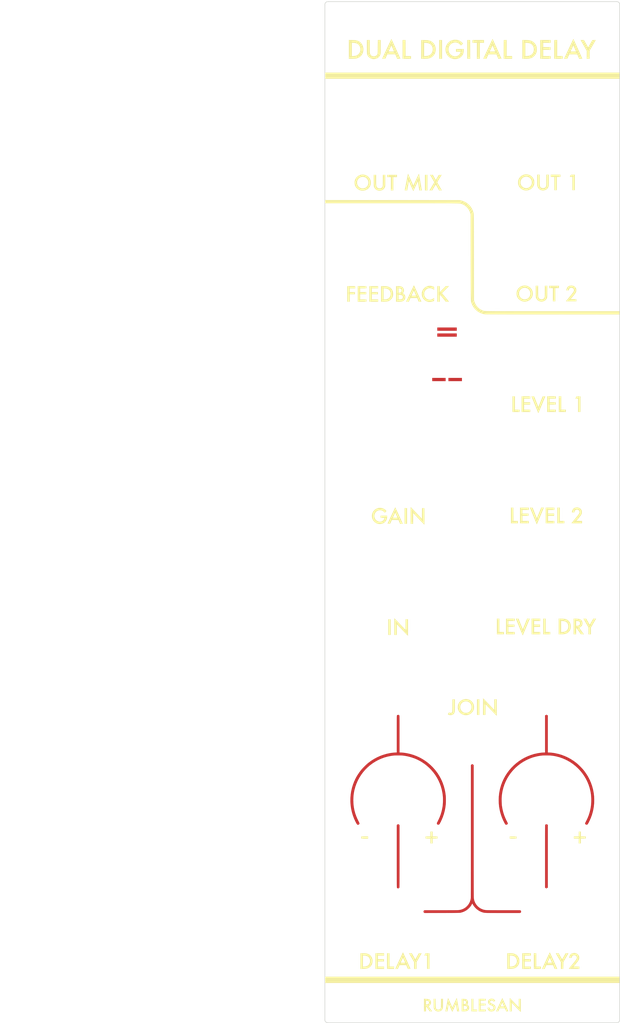
<source format=kicad_pcb>
(kicad_pcb (version 20221018) (generator pcbnew)
  (layers (0 "F.Cu" signal) (31 "B.Cu" signal) (36 "B.SilkS" user "B.Silkscreen") (37 "F.SilkS" user "F.Silkscreen") (38 "B.Mask" user) (39 "F.Mask" user) (44 "Edge.Cuts" user))
  (net 0 "")
  (footprint "dual-pt2399-delay-panel:dual-pt2399-delay-4u-panel" (layer "F.Cu") (at 102.489 103.124)
    (fp_text reference "Ref**" hide)
    (fp_text value "Val**" hide)
    (fp_poly (pts (xy -4.5719 -22.457834) (xy -6.8579 -22.457834) (xy -6.8579 -23.008167) (xy -4.5719 -23.008167) (xy -4.5719 -22.457834)) (stroke (width 0.01)) (fill solid) (layer "F.Cu"))
    (fp_poly (pts (xy -2.6669 -31.093834) (xy -5.990067 -31.093834) (xy -5.990067 -31.644167) (xy -2.6669 -31.644167) (xy -2.6669 -31.093834)) (stroke (width 0.01)) (fill solid) (layer "F.Cu"))
    (fp_poly (pts (xy -2.6669 -30.077834) (xy -5.990067 -30.077834) (xy -5.990067 -30.628167) (xy -2.6669 -30.628167) (xy -2.6669 -30.077834)) (stroke (width 0.01)) (fill solid) (layer "F.Cu"))
    (fp_poly (pts (xy -1.7779 -22.457834) (xy -4.085067 -22.457834) (xy -4.085067 -23.008167) (xy -1.7779 -23.008167) (xy -1.7779 -22.457834)) (stroke (width 0.01)) (fill solid) (layer "F.Cu"))
    (fp_poly (pts (xy 12.782263 53.494092) (xy 12.833773 53.51741) (xy 12.871061 53.550038) (xy 12.932933 53.61191) (xy 12.932933 64.324832) (xy 12.874725 64.389972) (xy 12.803541 64.441883) (xy 12.715377 64.467397) (xy 12.62738 64.46248) (xy 12.602482 64.454005) (xy 12.558082 64.423979) (xy 12.513238 64.378229) (xy 12.512523 64.377325) (xy 12.467267 64.31979) (xy 12.467267 58.987594) (xy 12.467287 58.421048) (xy 12.467355 57.895322) (xy 12.467479 57.408903) (xy 12.467669 56.960277) (xy 12.467932 56.547932) (xy 12.468279 56.170355) (xy 12.468718 55.826031) (xy 12.469258 55.513449) (xy 12.469908 55.231094) (xy 12.470678 54.977453) (xy 12.471575 54.751014) (xy 12.472609 54.550263) (xy 12.473789 54.373686) (xy 12.475124 54.219772) (xy 12.476623 54.087006) (xy 12.478295 53.973875) (xy 12.480149 53.878866) (xy 12.482193 53.800466) (xy 12.484437 53.737161) (xy 12.48689 53.687439) (xy 12.489561 53.649786) (xy 12.492458 53.622689) (xy 12.495591 53.604635) (xy 12.498969 53.594111) (xy 12.499236 53.593576) (xy 12.541832 53.534133) (xy 12.599933 53.500949) (xy 12.684386 53.488622) (xy 12.71092 53.488166) (xy 12.782263 53.494092)) (stroke (width 0.01)) (fill solid) (layer "F.Cu"))
    (fp_poly (pts (xy -12.635061 53.494683) (xy -12.583634 53.520319) (xy -12.539033 53.560133) (xy -12.467067 53.6321) (xy -12.467067 58.96722) (xy -12.467112 59.558616) (xy -12.46725 60.108886) (xy -12.467489 60.619238) (xy -12.467832 61.090878) (xy -12.468285 61.525014) (xy -12.468856 61.922853) (xy -12.469548 62.285603) (xy -12.470368 62.614471) (xy -12.471321 62.910665) (xy -12.472413 63.17539) (xy -12.47365 63.409856) (xy -12.475038 63.615269) (xy -12.476581 63.792836) (xy -12.478286 63.943765) (xy -12.480158 64.069264) (xy -12.482204 64.170538) (xy -12.484428 64.248797) (xy -12.486836 64.305246) (xy -12.489434 64.341094) (xy -12.492229 64.357547) (xy -12.492354 64.357841) (xy -12.54029 64.416563) (xy -12.613628 64.456164) (xy -12.698582 64.473541) (xy -12.781369 64.465591) (xy -12.840298 64.436154) (xy -12.884474 64.390154) (xy -12.909089 64.353349) (xy -12.911782 64.33531) (xy -12.91429 64.291461) (xy -12.916617 64.220859) (xy -12.918769 64.122564) (xy -12.920749 63.995635) (xy -12.92256 63.83913) (xy -12.924209 63.652108) (xy -12.925697 63.433629) (xy -12.92703 63.182749) (xy -12.928212 62.89853) (xy -12.929247 62.580028) (xy -12.930138 62.226303) (xy -12.930891 61.836414) (xy -12.931509 61.40942) (xy -12.931996 60.944379) (xy -12.932357 60.44035) (xy -12.932596 59.896391) (xy -12.932716 59.311562) (xy -12.932733 58.969608) (xy -12.932733 53.6321) (xy -12.860767 53.560133) (xy -12.805503 53.512919) (xy -12.752957 53.492041) (xy -12.6999 53.488166) (xy -12.635061 53.494683)) (stroke (width 0.01)) (fill solid) (layer "F.Cu"))
    (fp_poly (pts (xy 0.064939 43.207683) (xy 0.116366 43.233319) (xy 0.160967 43.273133) (xy 0.232933 43.3451) (xy 0.232933 54.65105) (xy 0.232966 55.577097) (xy 0.233066 56.461217) (xy 0.233233 57.303817) (xy 0.233469 58.105306) (xy 0.233774 58.866089) (xy 0.234149 59.586574) (xy 0.234594 60.267168) (xy 0.235111 60.908277) (xy 0.2357 61.510309) (xy 0.236363 62.073671) (xy 0.237099 62.59877) (xy 0.23791 63.086012) (xy 0.238797 63.535805) (xy 0.23976 63.948556) (xy 0.2408 64.324672) (xy 0.241918 64.66456) (xy 0.243115 64.968626) (xy 0.244391 65.237278) (xy 0.245748 65.470923) (xy 0.247185 65.669968) (xy 0.248705 65.834819) (xy 0.250307 65.965885) (xy 0.251993 66.063571) (xy 0.253764 66.128285) (xy 0.25556 66.159922) (xy 0.309772 66.461835) (xy 0.401799 66.74884) (xy 0.528912 67.018206) (xy 0.688384 67.267207) (xy 0.877487 67.493115) (xy 1.093492 67.6932) (xy 1.333672 67.864736) (xy 1.595297 68.004993) (xy 1.875641 68.111245) (xy 2.171975 68.180762) (xy 2.293178 68.197539) (xy 2.349801 68.201327) (xy 2.448521 68.204774) (xy 2.589104 68.207877) (xy 2.771315 68.210636) (xy 2.994919 68.213048) (xy 3.259681 68.215112) (xy 3.565367 68.216826) (xy 3.911742 68.218188) (xy 4.298572 68.219197) (xy 4.725621 68.21985) (xy 5.192655 68.220147) (xy 5.354098 68.220166) (xy 8.212099 68.220166) (xy 8.281224 68.28193) (xy 8.323317 68.324953) (xy 8.343787 68.367354) (xy 8.3501 68.427612) (xy 8.35035 68.453) (xy 8.346927 68.522619) (xy 8.331679 68.56861) (xy 8.297138 68.609455) (xy 8.281224 68.624069) (xy 8.212099 68.685833) (xy 5.254391 68.685748) (xy 4.830765 68.685735) (xy 4.447223 68.685677) (xy 4.101513 68.685506) (xy 3.791387 68.685156) (xy 3.514594 68.684558) (xy 3.268884 68.683644) (xy 3.052008 68.682348) (xy 2.861714 68.680602) (xy 2.695753 68.678338) (xy 2.551875 68.67549) (xy 2.427831 68.671988) (xy 2.321369 68.667767) (xy 2.230239 68.662758) (xy 2.152193 68.656893) (xy 2.084979 68.650107) (xy 2.026348 68.64233) (xy 1.97405 68.633495) (xy 1.925834 68.623535) (xy 1.879451 68.612383) (xy 1.832651 68.59997) (xy 1.783182 68.58623) (xy 1.764683 68.581056) (xy 1.472219 68.478273) (xy 1.188111 68.337335) (xy 0.917842 68.162322) (xy 0.666895 67.957316) (xy 0.440756 67.726397) (xy 0.244907 67.473646) (xy 0.21388 67.427048) (xy 0.154439 67.333249) (xy 0.101809 67.245886) (xy 0.061432 67.174287) (xy 0.038752 67.127777) (xy 0.037866 67.125423) (xy 0.018224 67.079551) (xy 0.00273 67.057443) (xy 0.001139 67.057062) (xy -0.013241 67.075195) (xy -0.039236 67.121433) (xy -0.067827 67.17877) (xy -0.189073 67.394826) (xy -0.348619 67.614968) (xy -0.543279 67.834861) (xy -0.571011 67.863216) (xy -0.814902 68.085063) (xy -1.073798 68.271068) (xy -1.352476 68.423874) (xy -1.655718 68.546122) (xy -1.9684 68.635766) (xy -1.992367 68.641004) (xy -2.019604 68.645751) (xy -2.05225 68.650035) (xy -2.092444 68.653887) (xy -2.142326 68.657336) (xy -2.204035 68.660412) (xy -2.27971 68.663145) (xy -2.371492 68.665563) (xy -2.481519 68.667698) (xy -2.61193 68.669579) (xy -2.764866 68.671235) (xy -2.942466 68.672696) (xy -3.146868 68.673991) (xy -3.380213 68.675152) (xy -3.64464 68.676207) (xy -3.942287 68.677185) (xy -4.275296 68.678117) (xy -4.645804 68.679033) (xy -5.055952 68.679962) (xy -5.168982 68.680208) (xy -8.210814 68.686803) (xy -8.280482 68.624554) (xy -8.32288 68.581323) (xy -8.343506 68.538977) (xy -8.349888 68.478985) (xy -8.35015 68.453) (xy -8.346727 68.38338) (xy -8.331479 68.337389) (xy -8.296938 68.296544) (xy -8.281025 68.28193) (xy -8.211899 68.220166) (xy -5.353899 68.220166) (xy -4.873833 68.219987) (xy -4.433676 68.21945) (xy -4.033662 68.218557) (xy -3.674026 68.217311) (xy -3.355001 68.215712) (xy -3.076824 68.213762) (xy -2.839728 68.211464) (xy -2.643949 68.208818) (xy -2.48972 68.205827) (xy -2.377278 68.202492) (xy -2.306856 68.198816) (xy -2.292978 68.197539) (xy -1.987203 68.142493) (xy -1.694275 68.047757) (xy -1.417338 67.914847) (xy -1.159539 67.745281) (xy -0.924025 67.540575) (xy -0.918165 67.534735) (xy -0.712556 67.299849) (xy -0.542046 67.042596) (xy -0.408154 66.766121) (xy -0.312395 66.473573) (xy -0.256287 66.168096) (xy -0.25536 66.159922) (xy -0.253508 66.126769) (xy -0.25174 66.061039) (xy -0.250057 65.962323) (xy -0.248457 65.830216) (xy -0.24694 65.66431) (xy -0.245505 65.464198) (xy -0.244151 65.229474) (xy -0.242877 64.959729) (xy -0.241682 64.654558) (xy -0.240567 64.313553) (xy -0.239529 63.936307) (xy -0.238569 63.522413) (xy -0.237684 63.071465) (xy -0.236876 62.583054) (xy -0.236142 62.056775) (xy -0.235481 61.49222) (xy -0.234894 60.888982) (xy -0.23438 60.246654) (xy -0.233936 59.564829) (xy -0.233564 58.8431) (xy -0.233261 58.081061) (xy -0.233028 57.278303) (xy -0.232862 56.434421) (xy -0.232765 55.549007) (xy -0.232733 54.65105) (xy -0.232733 43.3451) (xy -0.160767 43.273133) (xy -0.105503 43.225919) (xy -0.052957 43.205041) (xy 0.0001 43.201166) (xy 0.064939 43.207683)) (stroke (width 0.01)) (fill solid) (layer "F.Cu"))
    (fp_poly (pts (xy 12.769719 34.727339) (xy 12.81571 34.742587) (xy 12.856555 34.777128) (xy 12.871169 34.793042) (xy 12.932933 34.862167) (xy 12.932933 41.190333) (xy 13.092285 41.190333) (xy 13.217772 41.194298) (xy 13.374413 41.20543) (xy 13.55185 41.222585) (xy 13.739728 41.24462) (xy 13.927691 41.270389) (xy 14.105383 41.29875) (xy 14.157283 41.307984) (xy 14.738063 41.435287) (xy 15.302315 41.601556) (xy 15.84979 41.806676) (xy 16.380236 42.050533) (xy 16.893406 42.333016) (xy 17.389049 42.654009) (xy 17.81185 42.969306) (xy 17.953949 43.087918) (xy 18.115208 43.232265) (xy 18.288324 43.395042) (xy 18.465991 43.568943) (xy 18.640903 43.746663) (xy 18.805755 43.920896) (xy 18.953242 44.084338) (xy 19.076059 44.229684) (xy 19.09146 44.248916) (xy 19.21108 44.405111) (xy 19.340682 44.583987) (xy 19.473302 44.775228) (xy 19.601979 44.968516) (xy 19.719752 45.153534) (xy 19.819657 45.319965) (xy 19.848466 45.37075) (xy 20.11448 45.891521) (xy 20.341763 46.427934) (xy 20.529883 46.97768) (xy 20.678408 47.538453) (xy 20.786906 48.107946) (xy 20.854947 48.683852) (xy 20.882099 49.263864) (xy 20.867929 49.845675) (xy 20.812006 50.426978) (xy 20.804646 50.481087) (xy 20.71593 51.003524) (xy 20.597229 51.506982) (xy 20.446107 51.99925) (xy 20.260126 52.488115) (xy 20.036848 52.981365) (xy 19.996241 53.063737) (xy 19.913885 53.224415) (xy 19.844034 53.349469) (xy 19.783694 53.44267) (xy 19.729872 53.507786) (xy 19.679575 53.548589) (xy 19.629809 53.568849) (xy 19.592076 53.572833) (xy 19.491706 53.554792) (xy 19.408836 53.50534) (xy 19.351007 53.431487) (xy 19.325757 53.340241) (xy 19.325244 53.324804) (xy 19.334515 53.294907) (xy 19.360357 53.233914) (xy 19.399789 53.148277) (xy 19.449833 53.044451) (xy 19.507508 52.928887) (xy 19.513716 52.916666) (xy 19.65737 52.625811) (xy 19.779741 52.357872) (xy 19.885007 52.101944) (xy 19.977348 51.847125) (xy 20.060941 51.58251) (xy 20.139966 51.297195) (xy 20.151688 51.251922) (xy 20.241934 50.862252) (xy 20.308591 50.48331) (xy 20.353259 50.10211) (xy 20.377539 49.70567) (xy 20.383356 49.37125) (xy 20.378979 49.040925) (xy 20.364686 48.739573) (xy 20.339196 48.454721) (xy 20.301233 48.1739) (xy 20.249518 47.884638) (xy 20.213063 47.709666) (xy 20.074164 47.169539) (xy 19.896872 46.644801) (xy 19.682838 46.137103) (xy 19.433711 45.648093) (xy 19.151141 45.179422) (xy 18.836778 44.732739) (xy 18.49227 44.309694) (xy 18.119268 43.911936) (xy 17.719421 43.541115) (xy 17.294379 43.198881) (xy 16.845791 42.886883) (xy 16.375307 42.60677) (xy 15.884577 42.360194) (xy 15.375249 42.148802) (xy 14.848974 41.974245) (xy 14.3511 41.84757) (xy 14.149658 41.805032) (xy 13.969209 41.770575) (xy 13.801463 41.743402) (xy 13.638126 41.722711) (xy 13.470907 41.707704) (xy 13.291514 41.697581) (xy 13.091654 41.691542) (xy 12.863036 41.688789) (xy 12.7001 41.68838) (xy 12.48335 41.688855) (xy 12.301143 41.690623) (xy 12.145692 41.694283) (xy 12.009212 41.700435) (xy 11.883918 41.709679) (xy 11.762023 41.722615) (xy 11.635743 41.739842) (xy 11.497291 41.761961) (xy 11.338882 41.789569) (xy 11.3031 41.795986) (xy 10.769362 41.913311) (xy 10.243273 42.071186) (xy 9.727773 42.268092) (xy 9.225799 42.502511) (xy 8.740289 42.772921) (xy 8.274181 43.077804) (xy 7.830413 43.415639) (xy 7.411923 43.784909) (xy 7.358473 43.836166) (xy 6.962485 44.248604) (xy 6.600383 44.685489) (xy 6.273032 45.145003) (xy 5.981294 45.62533) (xy 5.726034 46.124653) (xy 5.508114 46.641156) (xy 5.328399 47.173022) (xy 5.187752 47.718435) (xy 5.087036 48.275577) (xy 5.0364 48.721288) (xy 5.027621 48.864427) (xy 5.022325 49.037139) (xy 5.020336 49.230466) (xy 5.021474 49.435448) (xy 5.025564 49.643124) (xy 5.032426 49.844535) (xy 5.041884 50.030721) (xy 5.053759 50.192723) (xy 5.067874 50.321579) (xy 5.068177 50.32375) (xy 5.153521 50.832994) (xy 5.263862 51.315013) (xy 5.401984 51.778617) (xy 5.570669 52.232615) (xy 5.7727 52.685818) (xy 5.885872 52.912516) (xy 5.944624 53.028417) (xy 5.995936 53.133622) (xy 6.036774 53.221577) (xy 6.064099 53.285726) (xy 6.074877 53.319516) (xy 6.074933 53.320654) (xy 6.056042 53.415145) (xy 6.005139 53.492122) (xy 5.93088 53.545832) (xy 5.841919 53.57052) (xy 5.746912 53.560433) (xy 5.725683 53.552823) (xy 5.691414 53.534337) (xy 5.658353 53.504581) (xy 5.622072 53.457476) (xy 5.578145 53.386941) (xy 5.522144 53.286897) (xy 5.493943 53.234587) (xy 5.234506 52.705743) (xy 5.014796 52.163612) (xy 4.835041 51.610136) (xy 4.695468 51.047257) (xy 4.596304 50.476914) (xy 4.537776 49.90105) (xy 4.520113 49.321605) (xy 4.543541 48.740521) (xy 4.608288 48.159739) (xy 4.714582 47.5812) (xy 4.793477 47.254583) (xy 4.959528 46.704797) (xy 5.163562 46.171359) (xy 5.403916 45.655916) (xy 5.678927 45.160115) (xy 5.986932 44.685604) (xy 6.32627 44.23403) (xy 6.695276 43.807041) (xy 7.092289 43.406284) (xy 7.515645 43.033407) (xy 7.963682 42.690058) (xy 8.434736 42.377883) (xy 8.927146 42.09853) (xy 9.439249 41.853647) (xy 9.969381 41.644882) (xy 10.51588 41.473881) (xy 10.6681 41.433876) (xy 10.917677 41.375424) (xy 11.177571 41.322733) (xy 11.439169 41.277081) (xy 11.693856 41.239748) (xy 11.933019 41.212013) (xy 12.148044 41.195155) (xy 12.307915 41.190333) (xy 12.467267 41.190333) (xy 12.467267 34.862167) (xy 12.52903 34.793042) (xy 12.572053 34.750949) (xy 12.614454 34.730479) (xy 12.674712 34.724166) (xy 12.7001 34.723916) (xy 12.769719 34.727339)) (stroke (width 0.01)) (fill solid) (layer "F.Cu"))
    (fp_poly (pts (xy -12.647732 34.72915) (xy -12.567873 34.763412) (xy -12.507841 34.82664) (xy -12.502338 34.836578) (xy -12.497356 34.848825) (xy -12.492868 34.865428) (xy -12.488849 34.888431) (xy -12.485273 34.919881) (xy -12.482113 34.961823) (xy -12.479345 35.016305) (xy -12.476941 35.08537) (xy -12.474877 35.171066) (xy -12.473127 35.275438) (xy -12.471663 35.400533) (xy -12.470462 35.548395) (xy -12.469495 35.721072) (xy -12.468739 35.920608) (xy -12.468167 36.14905) (xy -12.467752 36.408443) (xy -12.467469 36.700834) (xy -12.467293 37.028268) (xy -12.467197 37.392792) (xy -12.467155 37.796451) (xy -12.467146 38.041791) (xy -12.467067 41.190333) (xy -12.307715 41.190333) (xy -12.122674 41.196642) (xy -11.906112 41.214708) (xy -11.666778 41.243232) (xy -11.41342 41.280921) (xy -11.154788 41.326478) (xy -10.899633 41.378608) (xy -10.6679 41.433172) (xy -10.116572 41.594308) (xy -9.578829 41.79469) (xy -9.056806 42.032812) (xy -8.552637 42.307163) (xy -8.068456 42.616237) (xy -7.606398 42.958524) (xy -7.168597 43.332516) (xy -6.757187 43.736705) (xy -6.374303 44.169583) (xy -6.022079 44.629641) (xy -5.904793 44.79925) (xy -5.596432 45.295201) (xy -5.32585 45.810043) (xy -5.0933 46.343071) (xy -4.899037 46.893579) (xy -4.743315 47.460862) (xy -4.626387 48.044215) (xy -4.559513 48.535166) (xy -4.546008 48.695034) (xy -4.535935 48.886486) (xy -4.529367 49.098905) (xy -4.526372 49.321674) (xy -4.527021 49.544178) (xy -4.531385 49.7558) (xy -4.539533 49.945924) (xy -4.549271 50.080333) (xy -4.623718 50.665749) (xy -4.738769 51.241593) (xy -4.893825 51.805746) (xy -5.088285 52.356094) (xy -5.32155 52.890517) (xy -5.378832 53.007374) (xy -5.458323 53.165254) (xy -5.522596 53.289284) (xy -5.574836 53.383741) (xy -5.618228 53.452898) (xy -5.655956 53.501032) (xy -5.691204 53.532418) (xy -5.727157 53.55133) (xy -5.767 53.562044) (xy -5.795292 53.566477) (xy -5.892324 53.560195) (xy -5.976118 53.519019) (xy -6.038572 53.450075) (xy -6.071586 53.360491) (xy -6.074733 53.320654) (xy -6.065333 53.289429) (xy -6.039154 53.227349) (xy -5.999234 53.140968) (xy -5.948608 53.03684) (xy -5.890313 52.921519) (xy -5.885672 52.912516) (xy -5.660597 52.44359) (xy -5.472128 51.977539) (xy -5.317337 51.505301) (xy -5.193295 51.017813) (xy -5.097077 50.506012) (xy -5.086903 50.440166) (xy -5.06233 50.242409) (xy -5.042748 50.013593) (xy -5.028482 49.764732) (xy -5.019857 49.506843) (xy -5.017198 49.250941) (xy -5.02083 49.008042) (xy -5.031077 48.789161) (xy -5.036201 48.721288) (xy -5.104861 48.156368) (xy -5.21414 47.601654) (xy -5.363157 47.059002) (xy -5.551029 46.530267) (xy -5.776875 46.017305) (xy -6.039811 45.521971) (xy -6.338957 45.04612) (xy -6.67343 44.591608) (xy -7.042348 44.16029) (xy -7.358603 43.836166) (xy -7.786951 43.450379) (xy -8.236134 43.101423) (xy -8.705905 42.789419) (xy -9.196019 42.514486) (xy -9.706233 42.276743) (xy -10.2363 42.07631) (xy -10.785976 41.913306) (xy -11.355016 41.787852) (xy -11.662733 41.736867) (xy -11.760273 41.723119) (xy -11.850168 41.712204) (xy -11.939187 41.7038) (xy -12.034101 41.697588) (xy -12.141681 41.693244) (xy -12.268696 41.690448) (xy -12.421916 41.688878) (xy -12.608112 41.688213) (xy -12.689317 41.688131) (xy -12.902411 41.688419) (xy -13.080878 41.689909) (xy -13.232421 41.693156) (xy -13.364741 41.698717) (xy -13.48554 41.707146) (xy -13.60252 41.719) (xy -13.723383 41.734834) (xy -13.85583 41.755204) (xy -14.007564 41.780667) (xy -14.0334 41.785121) (xy -14.574969 41.900049) (xy -15.108447 42.055671) (xy -15.630958 42.250669) (xy -16.139626 42.483727) (xy -16.631574 42.753527) (xy -17.103928 43.058753) (xy -17.55167 43.396347) (xy -17.976404 43.768543) (xy -18.371129 44.169693) (xy -18.734613 44.597701) (xy -19.065623 45.050474) (xy -19.362928 45.525915) (xy -19.625293 46.021929) (xy -19.851487 46.536422) (xy -20.040278 47.067299) (xy -20.190432 47.612463) (xy -20.276804 48.028632) (xy -20.337607 48.45282) (xy -20.373714 48.900665) (xy -20.385124 49.361436) (xy -20.371837 49.824404) (xy -20.333852 50.278842) (xy -20.277046 50.680422) (xy -20.18338 51.138753) (xy -20.06117 51.586921) (xy -19.907895 52.032412) (xy -19.721029 52.482712) (xy -19.543744 52.855254) (xy -19.481171 52.98151) (xy -19.425582 53.096537) (xy -19.379683 53.194501) (xy -19.346179 53.269568) (xy -19.327774 53.315903) (xy -19.325067 53.326892) (xy -19.344513 53.418816) (xy -19.397692 53.495116) (xy -19.476862 53.548656) (xy -19.574281 53.5723) (xy -19.591876 53.572833) (xy -19.648504 53.56578) (xy -19.697351 53.538974) (xy -19.746538 53.492678) (xy -19.784505 53.442422) (xy -19.835813 53.359398) (xy -19.897317 53.249829) (xy -19.965871 53.11994) (xy -20.03833 52.975954) (xy -20.11155 52.824094) (xy -20.182384 52.670584) (xy -20.247688 52.521647) (xy -20.294359 52.408666) (xy -20.492506 51.856461) (xy -20.649935 51.295699) (xy -20.766778 50.728505) (xy -20.843172 50.157002) (xy -20.879251 49.583313) (xy -20.875149 49.009562) (xy -20.831001 48.437872) (xy -20.746942 47.870366) (xy -20.623106 47.309168) (xy -20.459627 46.756402) (xy -20.256641 46.21419) (xy -20.014281 45.684656) (xy -19.848266 45.37075) (xy -19.756065 45.213039) (xy -19.643618 45.033215) (xy -19.517885 44.841593) (xy -19.38583 44.648492) (xy -19.254413 44.464228) (xy -19.130597 44.299119) (xy -19.09126 44.248916) (xy -18.972648 44.106817) (xy -18.828301 43.945558) (xy -18.665524 43.772442) (xy -18.491624 43.594775) (xy -18.313904 43.419863) (xy -18.13967 43.255011) (xy -17.976228 43.107524) (xy -17.830883 42.984707) (xy -17.81165 42.969306) (xy -17.332593 42.615178) (xy -16.835037 42.298801) (xy -16.319958 42.020617) (xy -15.788336 41.781073) (xy -15.241147 41.580612) (xy -14.679368 41.419679) (xy -14.1604 41.308697) (xy -13.968971 41.276841) (xy -13.769119 41.248355) (xy -13.570964 41.224361) (xy -13.384625 41.205983) (xy -13.220221 41.194346) (xy -13.096775 41.190559) (xy -12.932733 41.190333) (xy -12.932733 38.028771) (xy -12.932727 37.601494) (xy -12.932689 37.214517) (xy -12.932592 36.865804) (xy -12.932411 36.553321) (xy -12.932116 36.275034) (xy -12.931683 36.028909) (xy -12.931083 35.81291) (xy -12.93029 35.625005) (xy -12.929277 35.463157) (xy -12.928016 35.325333) (xy -12.926481 35.209499) (xy -12.924645 35.11362) (xy -12.92248 35.035662) (xy -12.919961 34.973591) (xy -12.917059 34.925371) (xy -12.913747 34.888969) (xy -12.91 34.86235) (xy -12.905789 34.84348) (xy -12.901088 34.830324) (xy -12.89587 34.820849) (xy -12.890108 34.813019) (xy -12.890069 34.81297) (xy -12.819916 34.753532) (xy -12.735442 34.725724) (xy -12.647732 34.72915)) (stroke (width 0.01)) (fill solid) (layer "F.Cu"))
    (fp_line (start -25.2499 87) (end -25.2499 -86.999938) (stroke (width 0.1)) (layer "Edge.Cuts"))
    (fp_line (start -24.749838 -87.5) (end 24.75 -87.5) (stroke (width 0.1)) (layer "Edge.Cuts"))
    (fp_line (start 24.75 87.5) (end -24.749838 87.5) (stroke (width 0.1)) (layer "Edge.Cuts"))
    (fp_line (start 25.2501 -86.999938) (end 25.2501 87) (stroke (width 0.1)) (layer "Edge.Cuts"))
    (fp_arc (start -25.2499 -86.999938) (mid -25.103414 -87.353485) (end -24.749838 -87.4999) (stroke (width 0.1)) (layer "Edge.Cuts"))
    (fp_arc (start -24.75 87.5) (mid -25.103553 87.353553) (end -25.25 87) (stroke (width 0.1)) (layer "Edge.Cuts"))
    (fp_arc (start 24.75 -87.5) (mid 25.103575 -87.353531) (end 25.25 -86.999938) (stroke (width 0.1)) (layer "Edge.Cuts"))
    (fp_arc (start 25.2501 87) (mid 25.103624 87.353624) (end 24.75 87.5001) (stroke (width 0.1)) (layer "Edge.Cuts"))
    (pad "" np_thru_hole oval (at -12.7 -84.5) (size 6 3.2) (drill oval 6 3.2) (layers "F&B.Cu" "*.Mask"))
    (pad "" np_thru_hole circle (at -12.7 -64.9) (size 8.3 8.3) (drill 8.3) (layers "F&B.Cu" "*.Mask"))
    (pad "" np_thru_hole circle (at -12.7 -45.85) (size 7.5 7.5) (drill 7.5) (layers "F&B.Cu" "*.Mask"))
    (pad "" np_thru_hole circle (at -12.7 -26.8) (size 6.35 6.35) (drill 6.35) (layers "F&B.Cu" "*.Mask"))
    (pad "" np_thru_hole circle (at -12.7 -7.75) (size 7.5 7.5) (drill 7.5) (layers "F&B.Cu" "*.Mask"))
    (pad "" np_thru_hole circle (at -12.7 11.3) (size 8.3 8.3) (drill 8.3) (layers "F&B.Cu" "*.Mask"))
    (pad "" np_thru_hole circle (at -12.7 30.35) (size 8.3 8.3) (drill 8.3) (layers "F&B.Cu" "*.Mask"))
    (pad "" np_thru_hole circle (at -12.7 49.4) (size 7.5 7.5) (drill 7.5) (layers "F&B.Cu" "*.Mask"))
    (pad "" np_thru_hole circle (at -12.7 68.45) (size 7.5 7.5) (drill 7.5) (layers "F&B.Cu" "*.Mask"))
    (pad "" np_thru_hole oval (at -12.7 84.5) (size 6 3.2) (drill oval 6 3.2) (layers "F&B.Cu" "*.Mask"))
    (pad "" np_thru_hole circle (at 0 39.9) (size 6.35 6.35) (drill 6.35) (layers "F&B.Cu" "*.Mask"))
    (pad "" np_thru_hole oval (at 12.7 -84.5) (size 6 3.2) (drill oval 6 3.2) (layers "F&B.Cu" "*.Mask"))
    (pad "" np_thru_hole circle (at 12.7 -64.9) (size 8.3 8.3) (drill 8.3) (layers "F&B.Cu" "*.Mask"))
    (pad "" np_thru_hole circle (at 12.7 -45.85) (size 8.3 8.3) (drill 8.3) (layers "F&B.Cu" "*.Mask"))
    (pad "" np_thru_hole circle (at 12.7 -26.8) (size 7.5 7.5) (drill 7.5) (layers "F&B.Cu" "*.Mask"))
    (pad "" np_thru_hole circle (at 12.7 -7.75) (size 7.5 7.5) (drill 7.5) (layers "F&B.Cu" "*.Mask"))
    (pad "" np_thru_hole circle (at 12.7 11.3) (size 7.5 7.5) (drill 7.5) (layers "F&B.Cu" "*.Mask"))
    (pad "" np_thru_hole circle (at 12.7 30.35) (size 8.3 8.3) (drill 8.3) (layers "F&B.Cu" "*.Mask"))
    (pad "" np_thru_hole circle (at 12.7 49.4) (size 7.5 7.5) (drill 7.5) (layers "F&B.Cu" "*.Mask"))
    (pad "" np_thru_hole circle (at 12.7 68.45) (size 7.5 7.5) (drill 7.5) (layers "F&B.Cu" "*.Mask"))
    (pad "" np_thru_hole oval (at 12.7 84.5) (size 6 3.2) (drill oval 6 3.2) (layers "F&B.Cu" "*.Mask"))
  )
)
</source>
